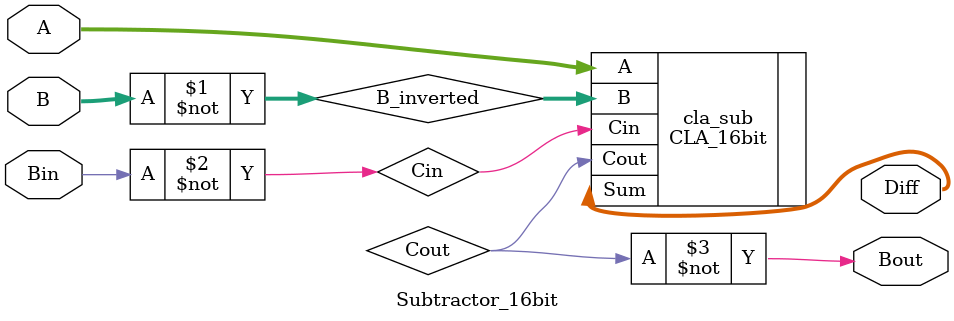
<source format=v>
`timescale 1ns / 1ps
module Subtractor_16bit (
    input  signed [15:0] A,
    input  signed [15:0] B,
    input         Bin,   
    output signed [15:0] Diff,
    output        Bout    
);
    wire signed [15:0] B_inverted;
    wire        Cout;     
    wire        Cin;  

    assign B_inverted = ~B;
	 
    // Neu Bin = 0 (khong co muon truoc) => thuc hien A - B = A + (~B) + 1 => Cin = 1
    // Neu Bin = 1 (da muon truoc) => thuc hien (A - B) - 1 = A + (~B) => Cin = 0
    assign Cin = ~Bin;

    // A + (~B) + Cin
    CLA_16bit cla_sub (
        .A   (A),
        .B   (B_inverted),
        .Cin (Cin),
        .Sum (Diff),
        .Cout(Cout)
    );

    assign Bout = ~Cout;
endmodule

</source>
